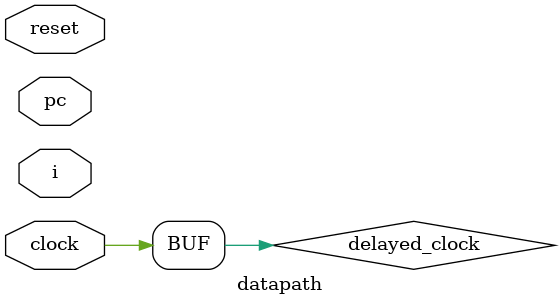
<source format=v>
module datapath(
	

   input [1:0] i, 
   input clock,
   input reset,
   input [11:0] pc
   
);
  
  wire [4:0] opcode;
  wire [1:0] regD;
  wire [1:0] regS;
  wire [1:0] regT;
  wire [11:0] offset;
  
  reg [4:0] op;
  wire regDst;
  wire regWrite;
  wire ALUSrc;
  wire [2:0] ALUOp;
  wire PCSrc;
  wire memWrite;
  wire memRead;
  wire memToReg;
  
  reg reg_write;
  reg [1:0] read_reg_1;
  reg [1:0] read_reg_2;
  reg [1:0] write_reg;
  reg [23:0] write_data;
  wire [23:0] read_data_1;
  wire [23:0] read_data_2;
  
  reg[23:0] regA;
  reg[23:0] regB;
  wire[23:0] result;
  reg[2:0] select;
  reg carry_in;
  wire[2:0] flags;
  
 
  reg [23:0] address;
  wire [23:0] read_data_mem;
  reg [23:0] write_data_mem;
  
  
  wire [22:0] instruction;
  reg [11:0] pc_next;
  
  wire delayed_clock;
  
  assign #10 delayed_clock = clock;

  reg[22:0] rom[10:0];
  
  initial begin
  
    rom[0] = 23'b00010010000000000000001; // initialize r1 (i) = 0
    rom[1] = 23'b00010110000000000000000; //initialize r3 (sum) = 0
    
    rom[2] = 23'b00011010100000000000001; // r1 = r1 + 1
    rom[3] = 23'b00010111101000000000000; // r3 = r3 + r1
    //rom[3] = 23'b00100011000111111111110; // r1 != r2
  end
  
    
   assign instruction = rom[i];
    
  always @(posedge clock or posedge reset) begin
    
    if(reset)
      pc_next <= 0;
    else
      pc_next <= pc+pc_next+1;
    
  end
  
  instruction_memory i1(instruction, opcode, regD, regS, regT, offset);
  
  assign op = opcode;
  
  control c1(delayed_clock, reset, op, regDst, regWrite, ALUSrc, ALUOp, PCSrc, memWrite, memRead, memToReg);
  
  assign read_reg_1 = regS;
  assign read_reg_2 = regT;
  assign reg_write = regWrite;
  assign write_reg = (regDst == 0) ? regT : regD;
  
  register_file r1(delayed_clock, reg_write, read_reg_1, read_reg_2, write_reg, write_data, read_data_1, read_data_2);
  
  assign regB = (ALUSrc == 1) ? ({12'b0,offset}) : read_data_2;
assign regA = read_data_1;
assign select = ALUOp;  
 
  ALU a1(regA, regB, result, select, carry_in, flags);
  
  
assign address = result;
assign write_data_mem = read_data_2;
  
  data_memory m1(delayed_clock, memWrite, memRead, address, read_data_mem, write_data_mem);
  
  assign write_data = (memToReg == 1) ? read_data_mem : result;
  
 register_file r2(delayed_clock, reg_write, read_reg_1, read_reg_2, write_reg, write_data, read_data_1, read_data_2);
 
  
endmodule

</source>
